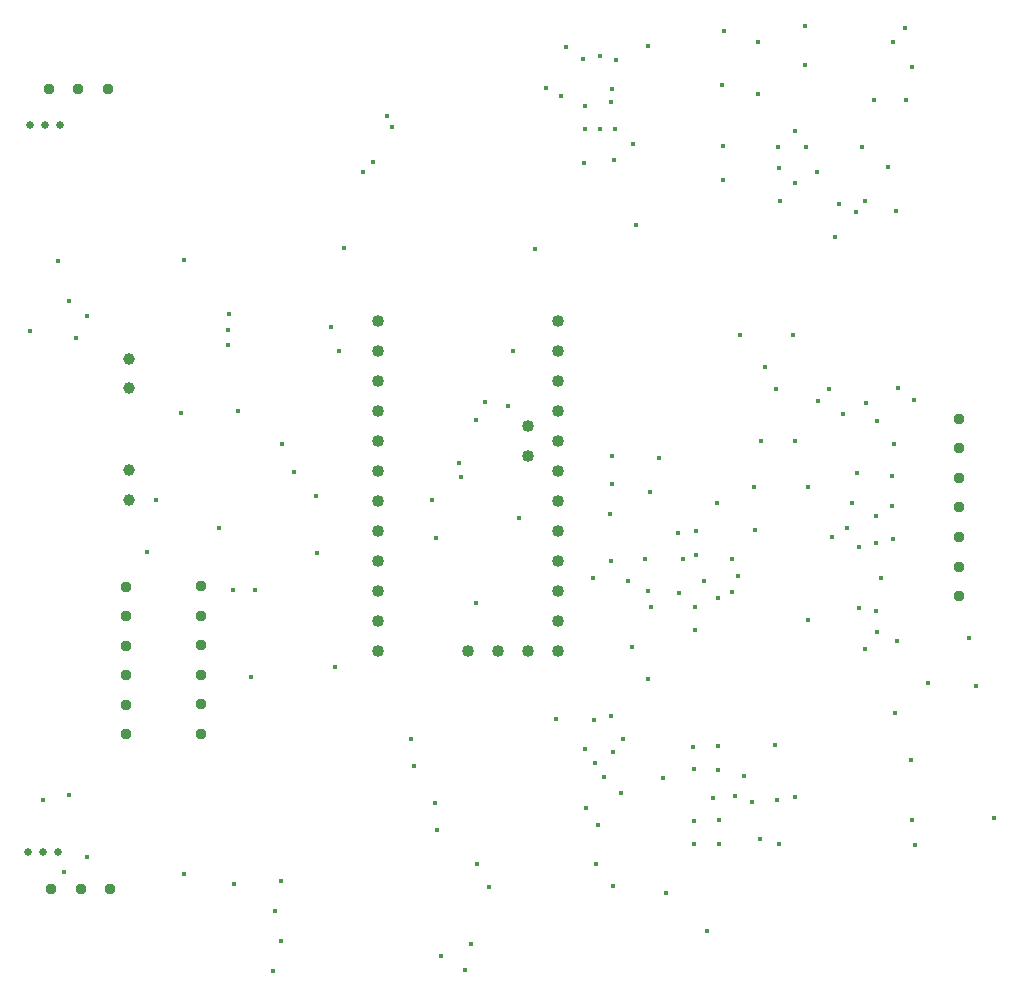
<source format=gbr>
%TF.GenerationSoftware,KiCad,Pcbnew,7.0.9*%
%TF.CreationDate,2024-01-08T18:19:46+05:30*%
%TF.ProjectId,BMS OPAMP,424d5320-4f50-4414-9d50-2e6b69636164,rev?*%
%TF.SameCoordinates,Original*%
%TF.FileFunction,Plated,1,2,PTH,Drill*%
%TF.FilePolarity,Positive*%
%FSLAX46Y46*%
G04 Gerber Fmt 4.6, Leading zero omitted, Abs format (unit mm)*
G04 Created by KiCad (PCBNEW 7.0.9) date 2024-01-08 18:19:46*
%MOMM*%
%LPD*%
G01*
G04 APERTURE LIST*
%TA.AperFunction,ViaDrill*%
%ADD10C,0.400000*%
%TD*%
%TA.AperFunction,ComponentDrill*%
%ADD11C,0.650000*%
%TD*%
%TA.AperFunction,ComponentDrill*%
%ADD12C,0.950000*%
%TD*%
%TA.AperFunction,ComponentDrill*%
%ADD13C,1.000000*%
%TD*%
%TA.AperFunction,ComponentDrill*%
%ADD14C,1.016000*%
%TD*%
G04 APERTURE END LIST*
D10*
X24485600Y-45135800D03*
X25654000Y-84836000D03*
X26908000Y-39217600D03*
X27381200Y-90932000D03*
X27787600Y-84480400D03*
X27863800Y-42646600D03*
X28409300Y-45784100D03*
X29339500Y-43916600D03*
X29339500Y-89687400D03*
X34417000Y-63855600D03*
X35153600Y-59486800D03*
X37312600Y-52146200D03*
X37592000Y-39166800D03*
X37592000Y-91135200D03*
X40487600Y-61874400D03*
X41300400Y-46380400D03*
X41325800Y-45059600D03*
X41376600Y-43764200D03*
X41706800Y-67056000D03*
X41783000Y-91973400D03*
X42141000Y-51968400D03*
X43205400Y-74498200D03*
X43611800Y-67132200D03*
X45085000Y-99339400D03*
X45288200Y-94259400D03*
X45772000Y-91744800D03*
X45797400Y-96799400D03*
X45872400Y-54737000D03*
X46863000Y-57099200D03*
X48726600Y-59131200D03*
X48802800Y-63957200D03*
X49987200Y-44831000D03*
X50342800Y-73634600D03*
X50698400Y-46888400D03*
X51104800Y-38125400D03*
X52755800Y-31673800D03*
X53531000Y-30886400D03*
X54756266Y-26992865D03*
X55142800Y-27914600D03*
X56769000Y-79705200D03*
X56997600Y-82016600D03*
X58572400Y-59512200D03*
X58826400Y-85115400D03*
X58863900Y-62661800D03*
X59004200Y-87401400D03*
X59359800Y-98120200D03*
X60883800Y-56311800D03*
X60985400Y-57531000D03*
X61391800Y-99237800D03*
X61875200Y-97022000D03*
X62318300Y-52667500D03*
X62318300Y-68173600D03*
X62407800Y-90297000D03*
X63042800Y-51206400D03*
X63373000Y-92252800D03*
X65024000Y-51485800D03*
X65405000Y-46863000D03*
X65887600Y-61010800D03*
X67284600Y-38252400D03*
X68223800Y-24573900D03*
X69043800Y-78054200D03*
X69480500Y-25298400D03*
X69902400Y-21135000D03*
X71348000Y-22148800D03*
X71398800Y-30923900D03*
X71513100Y-80543400D03*
X71551200Y-26136600D03*
X71551200Y-28051000D03*
X71577200Y-85547200D03*
X72161400Y-66065400D03*
X72237600Y-78079600D03*
X72364600Y-81737200D03*
X72440800Y-90271600D03*
X72644000Y-87020400D03*
X72745000Y-28027400D03*
X72821200Y-21859500D03*
X73152000Y-82905600D03*
X73634600Y-60661800D03*
X73698751Y-64597648D03*
X73710200Y-25755600D03*
X73710800Y-77753700D03*
X73777600Y-55753000D03*
X73803000Y-58089800D03*
X73811800Y-24663400D03*
X73863200Y-92151200D03*
X73876500Y-80822800D03*
X73986159Y-30699889D03*
X74015000Y-28027400D03*
X74142000Y-22250400D03*
X74549000Y-84302600D03*
X74752200Y-79742700D03*
X75133200Y-66319400D03*
X75477200Y-71932800D03*
X75589800Y-29362400D03*
X75843800Y-36220400D03*
X76606400Y-64465200D03*
X76809600Y-67157600D03*
X76809600Y-74599800D03*
X76834400Y-21031200D03*
X77024900Y-58775600D03*
X77063600Y-68503800D03*
X77749400Y-55930800D03*
X78105000Y-83007200D03*
X78359000Y-92744800D03*
X79352700Y-62255400D03*
X79476600Y-67335400D03*
X79802700Y-64458684D03*
X80619600Y-80356200D03*
X80706738Y-82268926D03*
X80721200Y-86630000D03*
X80721200Y-88630000D03*
X80822800Y-68494400D03*
X80822800Y-70494400D03*
X80924400Y-62119000D03*
X80924400Y-64119000D03*
X81559400Y-66344800D03*
X81813400Y-95986600D03*
X82391000Y-84709000D03*
X82727800Y-59758500D03*
X82778600Y-80330800D03*
X82778600Y-82330800D03*
X82794362Y-67789337D03*
X82854800Y-86604600D03*
X82854800Y-88604600D03*
X83074708Y-24310774D03*
X83225800Y-29464000D03*
X83225800Y-32414000D03*
X83305816Y-19766978D03*
X83988400Y-64424900D03*
X83988400Y-67237400D03*
X84247700Y-84505800D03*
X84429260Y-65941570D03*
X84607400Y-45472600D03*
X84953600Y-82854800D03*
X85670437Y-85004919D03*
X85823200Y-58394600D03*
X85928200Y-62052200D03*
X86183900Y-20660400D03*
X86183900Y-25110400D03*
X86360000Y-88163400D03*
X86381800Y-54517800D03*
X86786800Y-48211500D03*
X87628682Y-80218741D03*
X87657900Y-50086500D03*
X87731600Y-84886800D03*
X87881300Y-29596800D03*
X87909400Y-88595200D03*
X87959600Y-31369000D03*
X87985000Y-34163000D03*
X89157400Y-45472600D03*
X89255600Y-84658200D03*
X89303500Y-28194000D03*
X89303500Y-32644000D03*
X89331800Y-54517800D03*
X90118000Y-19329400D03*
X90118000Y-22619400D03*
X90220200Y-29596800D03*
X90373200Y-58394600D03*
X90398600Y-69621400D03*
X91185400Y-31696000D03*
X91236800Y-51054000D03*
X92186800Y-50086500D03*
X92405200Y-62611000D03*
X92645900Y-37211000D03*
X93021472Y-34421300D03*
X93370400Y-52197000D03*
X93726000Y-61823600D03*
X94094900Y-59758500D03*
X94437200Y-35057238D03*
X94544900Y-57226200D03*
X94703300Y-63449200D03*
X94703300Y-68605400D03*
X94944600Y-29596800D03*
X95186200Y-34146800D03*
X95224600Y-72059800D03*
X95275400Y-51257200D03*
X95986000Y-25591600D03*
X96152300Y-60807600D03*
X96152300Y-63144400D03*
X96152300Y-68884800D03*
X96202699Y-52806199D03*
X96215200Y-70662800D03*
X96606413Y-66065422D03*
X97194251Y-31319063D03*
X97534800Y-57429400D03*
X97534800Y-59969400D03*
X97568743Y-62785900D03*
X97611600Y-20726400D03*
X97707517Y-54689100D03*
X97764600Y-77520800D03*
X97840200Y-34975800D03*
X97891600Y-71395500D03*
X98018600Y-49965700D03*
X98576800Y-19507200D03*
X98710700Y-25591600D03*
X99117100Y-81483200D03*
X99211800Y-22834600D03*
X99237800Y-86588600D03*
X99390200Y-51028600D03*
X99466400Y-88646000D03*
X100566100Y-75006200D03*
X104013000Y-71196200D03*
X104606600Y-75260200D03*
X106146600Y-86410800D03*
D11*
%TO.C,J6*%
X24368000Y-89281000D03*
%TO.C,J5*%
X24511000Y-27686000D03*
%TO.C,J6*%
X25638000Y-89281000D03*
%TO.C,J5*%
X25781000Y-27686000D03*
%TO.C,J6*%
X26908000Y-89281000D03*
%TO.C,J5*%
X27051000Y-27686000D03*
D12*
%TO.C,J4*%
X26115000Y-24638000D03*
%TO.C,J3*%
X26329000Y-92384000D03*
%TO.C,J4*%
X28615000Y-24638000D03*
%TO.C,J3*%
X28829000Y-92384000D03*
%TO.C,J4*%
X31115000Y-24638000D03*
%TO.C,J3*%
X31329000Y-92384000D03*
%TO.C,J1*%
X32639000Y-66802000D03*
X32639000Y-69302000D03*
X32639000Y-71802000D03*
X32639000Y-74302000D03*
X32639000Y-76802000D03*
X32639000Y-79302000D03*
%TO.C,J2*%
X38972000Y-66775000D03*
X38972000Y-69275000D03*
X38972000Y-71775000D03*
X38972000Y-74275000D03*
X38972000Y-76775000D03*
X38972000Y-79275000D03*
%TO.C,J9*%
X103148800Y-52603400D03*
X103148800Y-55103400D03*
X103148800Y-57603400D03*
X103148800Y-60103400D03*
X103148800Y-62603400D03*
X103148800Y-65103400D03*
X103148800Y-67603400D03*
D13*
%TO.C,J7*%
X32914000Y-47518000D03*
X32914000Y-50018000D03*
%TO.C,J8*%
X32914000Y-56968000D03*
X32914000Y-59468000D03*
D14*
%TO.C,A1*%
X53975000Y-44323000D03*
X53975000Y-46863000D03*
X53975000Y-49403000D03*
X53975000Y-51943000D03*
X53975000Y-54483000D03*
X53975000Y-57023000D03*
X53975000Y-59563000D03*
X53975000Y-62103000D03*
X53975000Y-64643000D03*
X53975000Y-67183000D03*
X53975000Y-69723000D03*
X53975000Y-72263000D03*
X61595000Y-72263000D03*
X64135000Y-72263000D03*
X66675000Y-53213000D03*
X66675000Y-55753000D03*
X66675000Y-72263000D03*
X69215000Y-44323000D03*
X69215000Y-46863000D03*
X69215000Y-49403000D03*
X69215000Y-51943000D03*
X69215000Y-54483000D03*
X69215000Y-57023000D03*
X69215000Y-59563000D03*
X69215000Y-62103000D03*
X69215000Y-64643000D03*
X69215000Y-67183000D03*
X69215000Y-69723000D03*
X69215000Y-72263000D03*
M02*

</source>
